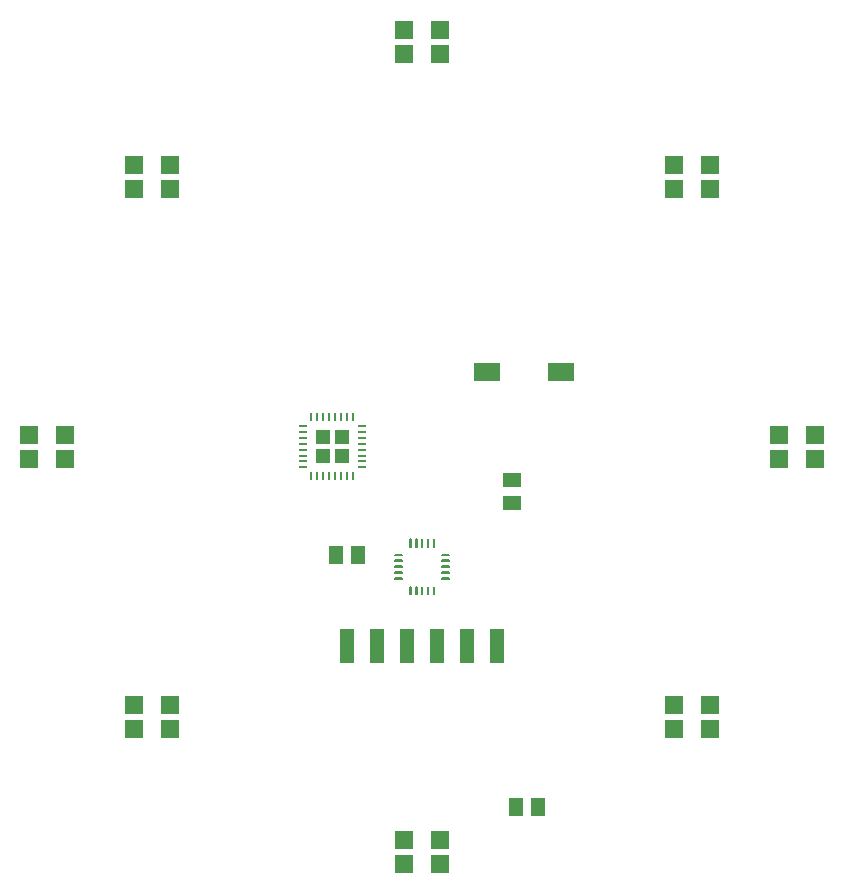
<source format=gtp>
G75*
G70*
%OFA0B0*%
%FSLAX24Y24*%
%IPPOS*%
%LPD*%
%AMOC8*
5,1,8,0,0,1.08239X$1,22.5*
%
%ADD10R,0.0315X0.0112*%
%ADD11R,0.0112X0.0315*%
%ADD12R,0.0512X0.0512*%
%ADD13R,0.0512X0.0591*%
%ADD14R,0.0591X0.0512*%
%ADD15R,0.0906X0.0630*%
%ADD16R,0.0492X0.1181*%
%ADD17C,0.0068*%
%ADD18R,0.0600X0.0600*%
D10*
X013704Y016999D03*
X013704Y017196D03*
X013704Y017393D03*
X013704Y017590D03*
X013704Y017787D03*
X013704Y017983D03*
X013704Y018180D03*
X013704Y018377D03*
X015672Y018377D03*
X015672Y018180D03*
X015672Y017983D03*
X015672Y017787D03*
X015672Y017590D03*
X015672Y017393D03*
X015672Y017196D03*
X015672Y016999D03*
D11*
X015377Y016704D03*
X015180Y016704D03*
X014983Y016704D03*
X014787Y016704D03*
X014590Y016704D03*
X014393Y016704D03*
X014196Y016704D03*
X013999Y016704D03*
X013999Y018672D03*
X014196Y018672D03*
X014393Y018672D03*
X014590Y018672D03*
X014787Y018672D03*
X014983Y018672D03*
X015180Y018672D03*
X015377Y018672D03*
D12*
X015003Y018003D03*
X015003Y017373D03*
X014373Y017373D03*
X014373Y018003D03*
D13*
X014814Y014088D03*
X015562Y014088D03*
X020814Y005688D03*
X021562Y005688D03*
D14*
X020688Y015814D03*
X020688Y016562D03*
D15*
X019848Y020188D03*
X022328Y020188D03*
D16*
X020188Y011037D03*
X019188Y011037D03*
X018188Y011037D03*
X017188Y011037D03*
X016188Y011037D03*
X015188Y011037D03*
D17*
X017283Y013024D02*
X017305Y013024D01*
X017305Y012778D01*
X017283Y012778D01*
X017283Y013024D01*
X017283Y012845D02*
X017305Y012845D01*
X017305Y012912D02*
X017283Y012912D01*
X017283Y012979D02*
X017305Y012979D01*
X017480Y013024D02*
X017502Y013024D01*
X017502Y012778D01*
X017480Y012778D01*
X017480Y013024D01*
X017480Y012845D02*
X017502Y012845D01*
X017502Y012912D02*
X017480Y012912D01*
X017480Y012979D02*
X017502Y012979D01*
X017677Y013024D02*
X017699Y013024D01*
X017699Y012778D01*
X017677Y012778D01*
X017677Y013024D01*
X017677Y012845D02*
X017699Y012845D01*
X017699Y012912D02*
X017677Y012912D01*
X017677Y012979D02*
X017699Y012979D01*
X017874Y013024D02*
X017896Y013024D01*
X017896Y012778D01*
X017874Y012778D01*
X017874Y013024D01*
X017874Y012845D02*
X017896Y012845D01*
X017896Y012912D02*
X017874Y012912D01*
X017874Y012979D02*
X017896Y012979D01*
X018071Y013024D02*
X018093Y013024D01*
X018093Y012778D01*
X018071Y012778D01*
X018071Y013024D01*
X018071Y012845D02*
X018093Y012845D01*
X018093Y012912D02*
X018071Y012912D01*
X018071Y012979D02*
X018093Y012979D01*
X018353Y013305D02*
X018599Y013305D01*
X018599Y013283D01*
X018353Y013283D01*
X018353Y013305D01*
X018353Y013502D02*
X018599Y013502D01*
X018599Y013480D01*
X018353Y013480D01*
X018353Y013502D01*
X018353Y013699D02*
X018599Y013699D01*
X018599Y013677D01*
X018353Y013677D01*
X018353Y013699D01*
X018353Y013896D02*
X018599Y013896D01*
X018599Y013874D01*
X018353Y013874D01*
X018353Y013896D01*
X018353Y014093D02*
X018599Y014093D01*
X018599Y014071D01*
X018353Y014071D01*
X018353Y014093D01*
X018093Y014599D02*
X018071Y014599D01*
X018093Y014599D02*
X018093Y014353D01*
X018071Y014353D01*
X018071Y014599D01*
X018071Y014420D02*
X018093Y014420D01*
X018093Y014487D02*
X018071Y014487D01*
X018071Y014554D02*
X018093Y014554D01*
X017896Y014599D02*
X017874Y014599D01*
X017896Y014599D02*
X017896Y014353D01*
X017874Y014353D01*
X017874Y014599D01*
X017874Y014420D02*
X017896Y014420D01*
X017896Y014487D02*
X017874Y014487D01*
X017874Y014554D02*
X017896Y014554D01*
X017699Y014599D02*
X017677Y014599D01*
X017699Y014599D02*
X017699Y014353D01*
X017677Y014353D01*
X017677Y014599D01*
X017677Y014420D02*
X017699Y014420D01*
X017699Y014487D02*
X017677Y014487D01*
X017677Y014554D02*
X017699Y014554D01*
X017502Y014599D02*
X017480Y014599D01*
X017502Y014599D02*
X017502Y014353D01*
X017480Y014353D01*
X017480Y014599D01*
X017480Y014420D02*
X017502Y014420D01*
X017502Y014487D02*
X017480Y014487D01*
X017480Y014554D02*
X017502Y014554D01*
X017305Y014599D02*
X017283Y014599D01*
X017305Y014599D02*
X017305Y014353D01*
X017283Y014353D01*
X017283Y014599D01*
X017283Y014420D02*
X017305Y014420D01*
X017305Y014487D02*
X017283Y014487D01*
X017283Y014554D02*
X017305Y014554D01*
X017024Y014093D02*
X016778Y014093D01*
X017024Y014093D02*
X017024Y014071D01*
X016778Y014071D01*
X016778Y014093D01*
X016778Y013896D02*
X017024Y013896D01*
X017024Y013874D01*
X016778Y013874D01*
X016778Y013896D01*
X016778Y013699D02*
X017024Y013699D01*
X017024Y013677D01*
X016778Y013677D01*
X016778Y013699D01*
X016778Y013502D02*
X017024Y013502D01*
X017024Y013480D01*
X016778Y013480D01*
X016778Y013502D01*
X016778Y013305D02*
X017024Y013305D01*
X017024Y013283D01*
X016778Y013283D01*
X016778Y013305D01*
D18*
X008088Y008288D03*
X008088Y009088D03*
X009288Y009088D03*
X009288Y008288D03*
X017088Y004588D03*
X017088Y003788D03*
X018288Y003788D03*
X018288Y004588D03*
X026088Y008288D03*
X026088Y009088D03*
X027288Y009088D03*
X027288Y008288D03*
X029588Y017288D03*
X029588Y018088D03*
X030788Y018088D03*
X030788Y017288D03*
X027288Y026288D03*
X027288Y027088D03*
X026088Y027088D03*
X026088Y026288D03*
X018288Y030788D03*
X018288Y031588D03*
X017088Y031588D03*
X017088Y030788D03*
X009288Y027088D03*
X009288Y026288D03*
X008088Y026288D03*
X008088Y027088D03*
X005788Y018088D03*
X005788Y017288D03*
X004588Y017288D03*
X004588Y018088D03*
M02*

</source>
